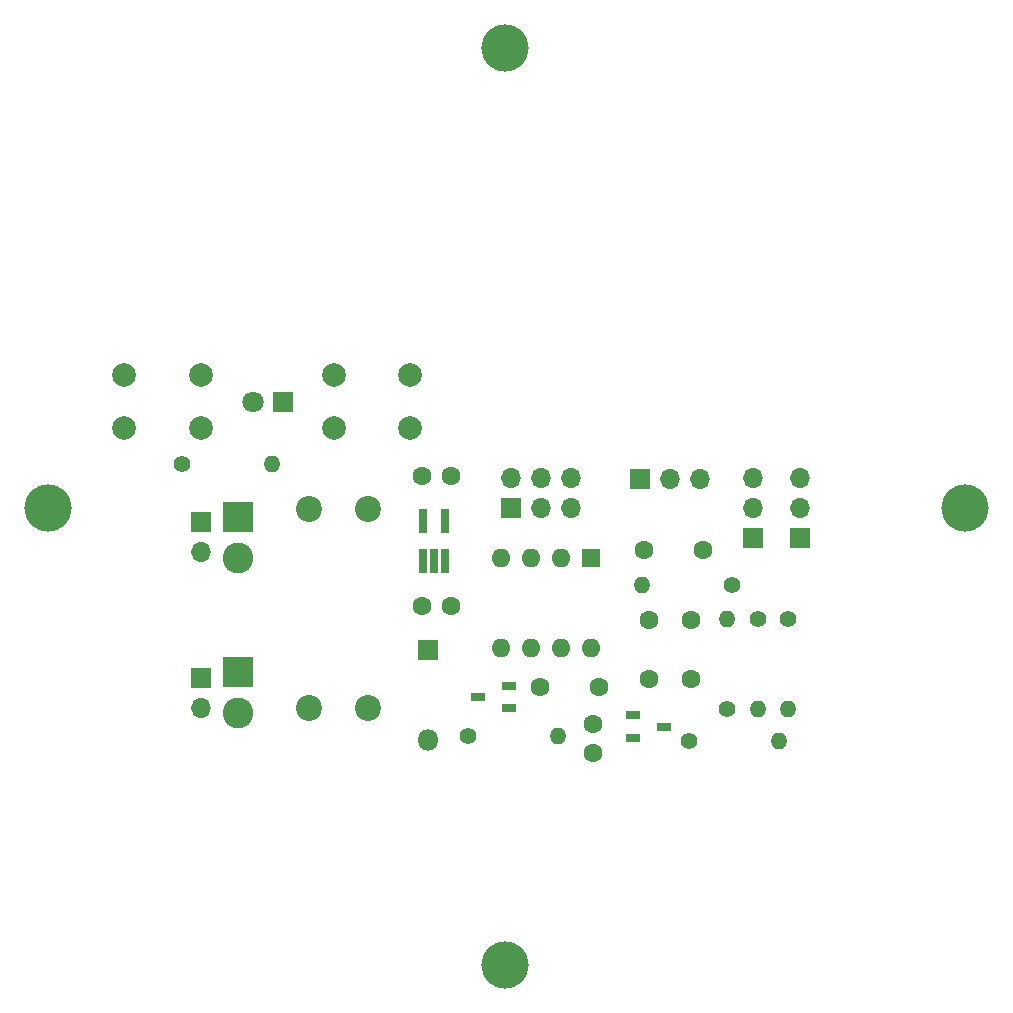
<source format=gbr>
%TF.GenerationSoftware,KiCad,Pcbnew,7.0.6*%
%TF.CreationDate,2023-08-07T22:53:29+02:00*%
%TF.ProjectId,attiny85_time_switch,61747469-6e79-4383-955f-74696d655f73,1.0*%
%TF.SameCoordinates,Original*%
%TF.FileFunction,Soldermask,Top*%
%TF.FilePolarity,Negative*%
%FSLAX46Y46*%
G04 Gerber Fmt 4.6, Leading zero omitted, Abs format (unit mm)*
G04 Created by KiCad (PCBNEW 7.0.6) date 2023-08-07 22:53:29*
%MOMM*%
%LPD*%
G01*
G04 APERTURE LIST*
%ADD10C,4.000000*%
%ADD11C,1.400000*%
%ADD12O,1.400000X1.400000*%
%ADD13R,1.700000X1.700000*%
%ADD14O,1.700000X1.700000*%
%ADD15R,2.600000X2.600000*%
%ADD16C,2.600000*%
%ADD17R,1.800000X1.800000*%
%ADD18C,1.800000*%
%ADD19R,1.600000X1.600000*%
%ADD20O,1.600000X1.600000*%
%ADD21C,2.200000*%
%ADD22O,1.800000X1.800000*%
%ADD23C,1.600000*%
%ADD24R,1.220000X0.650000*%
%ADD25C,2.000000*%
%ADD26R,0.650000X2.000000*%
G04 APERTURE END LIST*
D10*
%TO.C,Case1*%
X112700000Y-91350000D03*
X151450000Y-52400000D03*
X151450000Y-130100000D03*
X190400000Y-91350000D03*
%TD*%
D11*
%TO.C,R1*%
X170200000Y-108410000D03*
D12*
X170200000Y-100790000D03*
%TD*%
D13*
%TO.C,J8*%
X125665000Y-105790000D03*
D14*
X125665000Y-108330000D03*
%TD*%
D15*
%TO.C,J4*%
X128767506Y-105262494D03*
D16*
X128767506Y-108762494D03*
%TD*%
D17*
%TO.C,D2*%
X132650000Y-82400000D03*
D18*
X130110000Y-82400000D03*
%TD*%
D19*
%TO.C,U1*%
X158700000Y-95600000D03*
D20*
X156160000Y-95600000D03*
X153620000Y-95600000D03*
X151080000Y-95600000D03*
X151080000Y-103220000D03*
X153620000Y-103220000D03*
X156160000Y-103220000D03*
X158700000Y-103220000D03*
%TD*%
D21*
%TO.C,F1*%
X139800000Y-91450000D03*
X134800000Y-91450000D03*
X139800000Y-108350000D03*
X134800000Y-108350000D03*
%TD*%
D11*
%TO.C,R7*%
X172800000Y-100790000D03*
D12*
X172800000Y-108410000D03*
%TD*%
D17*
%TO.C,D1*%
X144900000Y-103390000D03*
D22*
X144900000Y-111010000D03*
%TD*%
D13*
%TO.C,J5*%
X172400000Y-93940000D03*
D14*
X172400000Y-91400000D03*
X172400000Y-88860000D03*
%TD*%
D23*
%TO.C,C4*%
X167200000Y-100890000D03*
X167200000Y-105890000D03*
%TD*%
%TO.C,C7*%
X163600000Y-105890000D03*
X163600000Y-100890000D03*
%TD*%
D11*
%TO.C,R3*%
X148290000Y-110700000D03*
D12*
X155910000Y-110700000D03*
%TD*%
D11*
%TO.C,R6*%
X124090000Y-87650000D03*
D12*
X131710000Y-87650000D03*
%TD*%
D24*
%TO.C,Q2*%
X162280000Y-108950000D03*
X162280000Y-110850000D03*
X164900000Y-109900000D03*
%TD*%
%TO.C,Q1*%
X151710000Y-108350000D03*
X151710000Y-106450000D03*
X149090000Y-107400000D03*
%TD*%
D25*
%TO.C,SW1*%
X136900000Y-80150000D03*
X143400000Y-80150000D03*
X136900000Y-84650000D03*
X143400000Y-84650000D03*
%TD*%
D11*
%TO.C,R2*%
X175400000Y-100790000D03*
D12*
X175400000Y-108410000D03*
%TD*%
D13*
%TO.C,J2*%
X151910006Y-91399994D03*
D14*
X151910006Y-88859994D03*
X154450006Y-91399994D03*
X154450006Y-88859994D03*
X156990006Y-91399994D03*
X156990006Y-88859994D03*
%TD*%
D25*
%TO.C,SW2*%
X125650000Y-84650000D03*
X119150000Y-84650000D03*
X125650000Y-80150000D03*
X119150000Y-80150000D03*
%TD*%
D26*
%TO.C,U2*%
X144450000Y-95910000D03*
X145400000Y-95910000D03*
X146350000Y-95910000D03*
X146350000Y-92490000D03*
X144450000Y-92490000D03*
%TD*%
D23*
%TO.C,C5*%
X163150000Y-94910000D03*
X168150000Y-94910000D03*
%TD*%
D11*
%TO.C,R5*%
X166990000Y-111100000D03*
D12*
X174610000Y-111100000D03*
%TD*%
D15*
%TO.C,J1*%
X128767506Y-92112494D03*
D16*
X128767506Y-95612494D03*
%TD*%
D23*
%TO.C,C6*%
X158900000Y-109650000D03*
X158900000Y-112150000D03*
%TD*%
D13*
%TO.C,J3*%
X162860000Y-88890000D03*
D14*
X165400000Y-88890000D03*
X167940000Y-88890000D03*
%TD*%
D13*
%TO.C,J7*%
X125700000Y-92590000D03*
D14*
X125700000Y-95130000D03*
%TD*%
D23*
%TO.C,C3*%
X159400000Y-106500000D03*
X154400000Y-106500000D03*
%TD*%
D13*
%TO.C,J6*%
X176400000Y-93940000D03*
D14*
X176400000Y-91400000D03*
X176400000Y-88860000D03*
%TD*%
D11*
%TO.C,R4*%
X170670000Y-97910000D03*
D12*
X163050000Y-97910000D03*
%TD*%
D23*
%TO.C,C2*%
X144350000Y-99700000D03*
X146850000Y-99700000D03*
%TD*%
%TO.C,C1*%
X144350000Y-88700000D03*
X146850000Y-88700000D03*
%TD*%
M02*

</source>
